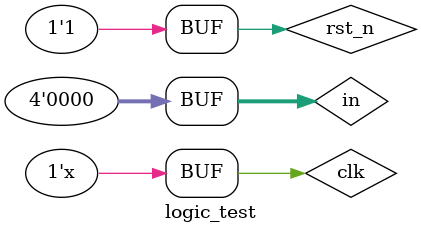
<source format=v>
`timescale 10ns / 1ns
module logic_test;

reg clk = 1'b0;
reg [3:0] cnt;
reg [3:0] in;
reg rst_n;
wire [3:0] output_signal;


initial
begin
rst_n = 1;
clk = 0;
cnt = 0;
in = 0;
#30 rst_n = 0;
#30 rst_n = 1;
end

always #10 clk = ~clk; 

always @(posedge clk)
begin
    cnt <= cnt + 1;
end

//
top_model_szh DUT(
.rst_n(rst_n),
.clk(clk),
.in(in),
.out(output_signal)
);
endmodule 

</source>
